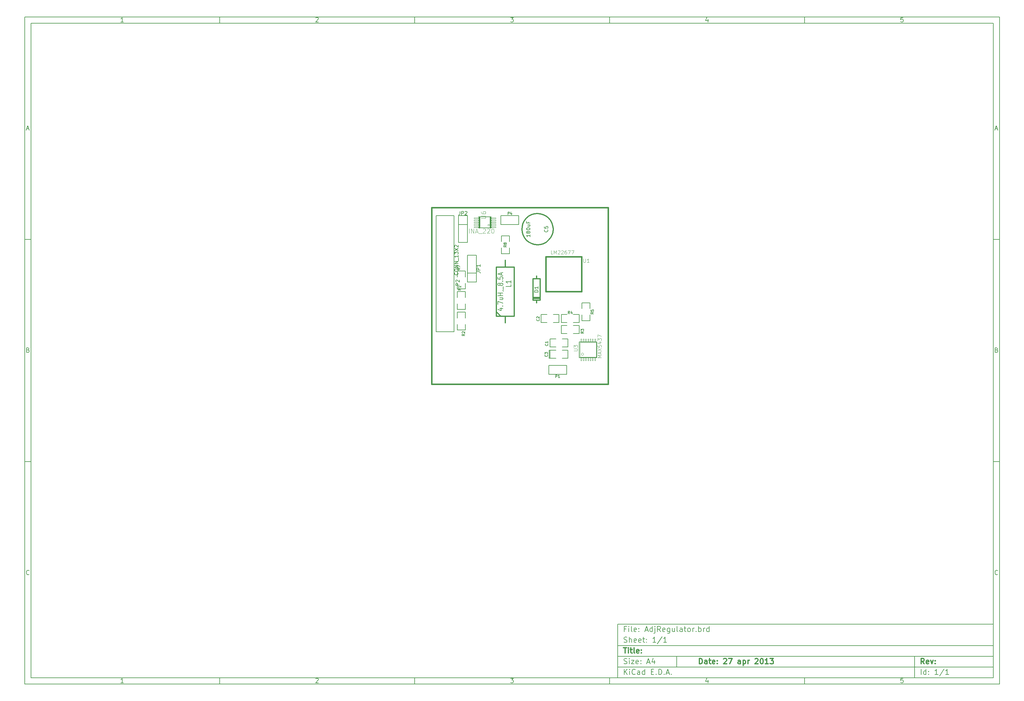
<source format=gto>
G04 (created by PCBNEW-RS274X (2012-apr-16-27)-stable) date Sat 27 Apr 2013 17:01:59 BST*
G01*
G70*
G90*
%MOIN*%
G04 Gerber Fmt 3.4, Leading zero omitted, Abs format*
%FSLAX34Y34*%
G04 APERTURE LIST*
%ADD10C,0.006000*%
%ADD11C,0.012000*%
%ADD12C,0.015000*%
%ADD13C,0.005000*%
%ADD14C,0.008000*%
%ADD15C,0.002600*%
%ADD16C,0.002000*%
%ADD17C,0.003000*%
%ADD18C,0.000100*%
%ADD19C,0.003500*%
G04 APERTURE END LIST*
G54D10*
X04000Y-04000D02*
X113000Y-04000D01*
X113000Y-78670D01*
X04000Y-78670D01*
X04000Y-04000D01*
X04700Y-04700D02*
X112300Y-04700D01*
X112300Y-77970D01*
X04700Y-77970D01*
X04700Y-04700D01*
X25800Y-04000D02*
X25800Y-04700D01*
X15043Y-04552D02*
X14757Y-04552D01*
X14900Y-04552D02*
X14900Y-04052D01*
X14852Y-04124D01*
X14805Y-04171D01*
X14757Y-04195D01*
X25800Y-78670D02*
X25800Y-77970D01*
X15043Y-78522D02*
X14757Y-78522D01*
X14900Y-78522D02*
X14900Y-78022D01*
X14852Y-78094D01*
X14805Y-78141D01*
X14757Y-78165D01*
X47600Y-04000D02*
X47600Y-04700D01*
X36557Y-04100D02*
X36581Y-04076D01*
X36629Y-04052D01*
X36748Y-04052D01*
X36795Y-04076D01*
X36819Y-04100D01*
X36843Y-04148D01*
X36843Y-04195D01*
X36819Y-04267D01*
X36533Y-04552D01*
X36843Y-04552D01*
X47600Y-78670D02*
X47600Y-77970D01*
X36557Y-78070D02*
X36581Y-78046D01*
X36629Y-78022D01*
X36748Y-78022D01*
X36795Y-78046D01*
X36819Y-78070D01*
X36843Y-78118D01*
X36843Y-78165D01*
X36819Y-78237D01*
X36533Y-78522D01*
X36843Y-78522D01*
X69400Y-04000D02*
X69400Y-04700D01*
X58333Y-04052D02*
X58643Y-04052D01*
X58476Y-04243D01*
X58548Y-04243D01*
X58595Y-04267D01*
X58619Y-04290D01*
X58643Y-04338D01*
X58643Y-04457D01*
X58619Y-04505D01*
X58595Y-04529D01*
X58548Y-04552D01*
X58405Y-04552D01*
X58357Y-04529D01*
X58333Y-04505D01*
X69400Y-78670D02*
X69400Y-77970D01*
X58333Y-78022D02*
X58643Y-78022D01*
X58476Y-78213D01*
X58548Y-78213D01*
X58595Y-78237D01*
X58619Y-78260D01*
X58643Y-78308D01*
X58643Y-78427D01*
X58619Y-78475D01*
X58595Y-78499D01*
X58548Y-78522D01*
X58405Y-78522D01*
X58357Y-78499D01*
X58333Y-78475D01*
X91200Y-04000D02*
X91200Y-04700D01*
X80395Y-04219D02*
X80395Y-04552D01*
X80276Y-04029D02*
X80157Y-04386D01*
X80467Y-04386D01*
X91200Y-78670D02*
X91200Y-77970D01*
X80395Y-78189D02*
X80395Y-78522D01*
X80276Y-77999D02*
X80157Y-78356D01*
X80467Y-78356D01*
X102219Y-04052D02*
X101981Y-04052D01*
X101957Y-04290D01*
X101981Y-04267D01*
X102029Y-04243D01*
X102148Y-04243D01*
X102195Y-04267D01*
X102219Y-04290D01*
X102243Y-04338D01*
X102243Y-04457D01*
X102219Y-04505D01*
X102195Y-04529D01*
X102148Y-04552D01*
X102029Y-04552D01*
X101981Y-04529D01*
X101957Y-04505D01*
X102219Y-78022D02*
X101981Y-78022D01*
X101957Y-78260D01*
X101981Y-78237D01*
X102029Y-78213D01*
X102148Y-78213D01*
X102195Y-78237D01*
X102219Y-78260D01*
X102243Y-78308D01*
X102243Y-78427D01*
X102219Y-78475D01*
X102195Y-78499D01*
X102148Y-78522D01*
X102029Y-78522D01*
X101981Y-78499D01*
X101957Y-78475D01*
X04000Y-28890D02*
X04700Y-28890D01*
X04231Y-16510D02*
X04469Y-16510D01*
X04184Y-16652D02*
X04350Y-16152D01*
X04517Y-16652D01*
X113000Y-28890D02*
X112300Y-28890D01*
X112531Y-16510D02*
X112769Y-16510D01*
X112484Y-16652D02*
X112650Y-16152D01*
X112817Y-16652D01*
X04000Y-53780D02*
X04700Y-53780D01*
X04386Y-41280D02*
X04457Y-41304D01*
X04481Y-41328D01*
X04505Y-41376D01*
X04505Y-41447D01*
X04481Y-41495D01*
X04457Y-41519D01*
X04410Y-41542D01*
X04219Y-41542D01*
X04219Y-41042D01*
X04386Y-41042D01*
X04433Y-41066D01*
X04457Y-41090D01*
X04481Y-41138D01*
X04481Y-41185D01*
X04457Y-41233D01*
X04433Y-41257D01*
X04386Y-41280D01*
X04219Y-41280D01*
X113000Y-53780D02*
X112300Y-53780D01*
X112686Y-41280D02*
X112757Y-41304D01*
X112781Y-41328D01*
X112805Y-41376D01*
X112805Y-41447D01*
X112781Y-41495D01*
X112757Y-41519D01*
X112710Y-41542D01*
X112519Y-41542D01*
X112519Y-41042D01*
X112686Y-41042D01*
X112733Y-41066D01*
X112757Y-41090D01*
X112781Y-41138D01*
X112781Y-41185D01*
X112757Y-41233D01*
X112733Y-41257D01*
X112686Y-41280D01*
X112519Y-41280D01*
X04505Y-66385D02*
X04481Y-66409D01*
X04410Y-66432D01*
X04362Y-66432D01*
X04290Y-66409D01*
X04243Y-66361D01*
X04219Y-66313D01*
X04195Y-66218D01*
X04195Y-66147D01*
X04219Y-66051D01*
X04243Y-66004D01*
X04290Y-65956D01*
X04362Y-65932D01*
X04410Y-65932D01*
X04481Y-65956D01*
X04505Y-65980D01*
X112805Y-66385D02*
X112781Y-66409D01*
X112710Y-66432D01*
X112662Y-66432D01*
X112590Y-66409D01*
X112543Y-66361D01*
X112519Y-66313D01*
X112495Y-66218D01*
X112495Y-66147D01*
X112519Y-66051D01*
X112543Y-66004D01*
X112590Y-65956D01*
X112662Y-65932D01*
X112710Y-65932D01*
X112781Y-65956D01*
X112805Y-65980D01*
G54D11*
X79443Y-76413D02*
X79443Y-75813D01*
X79586Y-75813D01*
X79671Y-75841D01*
X79729Y-75899D01*
X79757Y-75956D01*
X79786Y-76070D01*
X79786Y-76156D01*
X79757Y-76270D01*
X79729Y-76327D01*
X79671Y-76384D01*
X79586Y-76413D01*
X79443Y-76413D01*
X80300Y-76413D02*
X80300Y-76099D01*
X80271Y-76041D01*
X80214Y-76013D01*
X80100Y-76013D01*
X80043Y-76041D01*
X80300Y-76384D02*
X80243Y-76413D01*
X80100Y-76413D01*
X80043Y-76384D01*
X80014Y-76327D01*
X80014Y-76270D01*
X80043Y-76213D01*
X80100Y-76184D01*
X80243Y-76184D01*
X80300Y-76156D01*
X80500Y-76013D02*
X80729Y-76013D01*
X80586Y-75813D02*
X80586Y-76327D01*
X80614Y-76384D01*
X80672Y-76413D01*
X80729Y-76413D01*
X81157Y-76384D02*
X81100Y-76413D01*
X80986Y-76413D01*
X80929Y-76384D01*
X80900Y-76327D01*
X80900Y-76099D01*
X80929Y-76041D01*
X80986Y-76013D01*
X81100Y-76013D01*
X81157Y-76041D01*
X81186Y-76099D01*
X81186Y-76156D01*
X80900Y-76213D01*
X81443Y-76356D02*
X81471Y-76384D01*
X81443Y-76413D01*
X81414Y-76384D01*
X81443Y-76356D01*
X81443Y-76413D01*
X81443Y-76041D02*
X81471Y-76070D01*
X81443Y-76099D01*
X81414Y-76070D01*
X81443Y-76041D01*
X81443Y-76099D01*
X82157Y-75870D02*
X82186Y-75841D01*
X82243Y-75813D01*
X82386Y-75813D01*
X82443Y-75841D01*
X82472Y-75870D01*
X82500Y-75927D01*
X82500Y-75984D01*
X82472Y-76070D01*
X82129Y-76413D01*
X82500Y-76413D01*
X82700Y-75813D02*
X83100Y-75813D01*
X82843Y-76413D01*
X84042Y-76413D02*
X84042Y-76099D01*
X84013Y-76041D01*
X83956Y-76013D01*
X83842Y-76013D01*
X83785Y-76041D01*
X84042Y-76384D02*
X83985Y-76413D01*
X83842Y-76413D01*
X83785Y-76384D01*
X83756Y-76327D01*
X83756Y-76270D01*
X83785Y-76213D01*
X83842Y-76184D01*
X83985Y-76184D01*
X84042Y-76156D01*
X84328Y-76013D02*
X84328Y-76613D01*
X84328Y-76041D02*
X84385Y-76013D01*
X84499Y-76013D01*
X84556Y-76041D01*
X84585Y-76070D01*
X84614Y-76127D01*
X84614Y-76299D01*
X84585Y-76356D01*
X84556Y-76384D01*
X84499Y-76413D01*
X84385Y-76413D01*
X84328Y-76384D01*
X84871Y-76413D02*
X84871Y-76013D01*
X84871Y-76127D02*
X84899Y-76070D01*
X84928Y-76041D01*
X84985Y-76013D01*
X85042Y-76013D01*
X85670Y-75870D02*
X85699Y-75841D01*
X85756Y-75813D01*
X85899Y-75813D01*
X85956Y-75841D01*
X85985Y-75870D01*
X86013Y-75927D01*
X86013Y-75984D01*
X85985Y-76070D01*
X85642Y-76413D01*
X86013Y-76413D01*
X86384Y-75813D02*
X86441Y-75813D01*
X86498Y-75841D01*
X86527Y-75870D01*
X86556Y-75927D01*
X86584Y-76041D01*
X86584Y-76184D01*
X86556Y-76299D01*
X86527Y-76356D01*
X86498Y-76384D01*
X86441Y-76413D01*
X86384Y-76413D01*
X86327Y-76384D01*
X86298Y-76356D01*
X86270Y-76299D01*
X86241Y-76184D01*
X86241Y-76041D01*
X86270Y-75927D01*
X86298Y-75870D01*
X86327Y-75841D01*
X86384Y-75813D01*
X87155Y-76413D02*
X86812Y-76413D01*
X86984Y-76413D02*
X86984Y-75813D01*
X86927Y-75899D01*
X86869Y-75956D01*
X86812Y-75984D01*
X87355Y-75813D02*
X87726Y-75813D01*
X87526Y-76041D01*
X87612Y-76041D01*
X87669Y-76070D01*
X87698Y-76099D01*
X87726Y-76156D01*
X87726Y-76299D01*
X87698Y-76356D01*
X87669Y-76384D01*
X87612Y-76413D01*
X87440Y-76413D01*
X87383Y-76384D01*
X87355Y-76356D01*
G54D10*
X71043Y-77613D02*
X71043Y-77013D01*
X71386Y-77613D02*
X71129Y-77270D01*
X71386Y-77013D02*
X71043Y-77356D01*
X71643Y-77613D02*
X71643Y-77213D01*
X71643Y-77013D02*
X71614Y-77041D01*
X71643Y-77070D01*
X71671Y-77041D01*
X71643Y-77013D01*
X71643Y-77070D01*
X72272Y-77556D02*
X72243Y-77584D01*
X72157Y-77613D01*
X72100Y-77613D01*
X72015Y-77584D01*
X71957Y-77527D01*
X71929Y-77470D01*
X71900Y-77356D01*
X71900Y-77270D01*
X71929Y-77156D01*
X71957Y-77099D01*
X72015Y-77041D01*
X72100Y-77013D01*
X72157Y-77013D01*
X72243Y-77041D01*
X72272Y-77070D01*
X72786Y-77613D02*
X72786Y-77299D01*
X72757Y-77241D01*
X72700Y-77213D01*
X72586Y-77213D01*
X72529Y-77241D01*
X72786Y-77584D02*
X72729Y-77613D01*
X72586Y-77613D01*
X72529Y-77584D01*
X72500Y-77527D01*
X72500Y-77470D01*
X72529Y-77413D01*
X72586Y-77384D01*
X72729Y-77384D01*
X72786Y-77356D01*
X73329Y-77613D02*
X73329Y-77013D01*
X73329Y-77584D02*
X73272Y-77613D01*
X73158Y-77613D01*
X73100Y-77584D01*
X73072Y-77556D01*
X73043Y-77499D01*
X73043Y-77327D01*
X73072Y-77270D01*
X73100Y-77241D01*
X73158Y-77213D01*
X73272Y-77213D01*
X73329Y-77241D01*
X74072Y-77299D02*
X74272Y-77299D01*
X74358Y-77613D02*
X74072Y-77613D01*
X74072Y-77013D01*
X74358Y-77013D01*
X74615Y-77556D02*
X74643Y-77584D01*
X74615Y-77613D01*
X74586Y-77584D01*
X74615Y-77556D01*
X74615Y-77613D01*
X74901Y-77613D02*
X74901Y-77013D01*
X75044Y-77013D01*
X75129Y-77041D01*
X75187Y-77099D01*
X75215Y-77156D01*
X75244Y-77270D01*
X75244Y-77356D01*
X75215Y-77470D01*
X75187Y-77527D01*
X75129Y-77584D01*
X75044Y-77613D01*
X74901Y-77613D01*
X75501Y-77556D02*
X75529Y-77584D01*
X75501Y-77613D01*
X75472Y-77584D01*
X75501Y-77556D01*
X75501Y-77613D01*
X75758Y-77441D02*
X76044Y-77441D01*
X75701Y-77613D02*
X75901Y-77013D01*
X76101Y-77613D01*
X76301Y-77556D02*
X76329Y-77584D01*
X76301Y-77613D01*
X76272Y-77584D01*
X76301Y-77556D01*
X76301Y-77613D01*
G54D11*
X104586Y-76413D02*
X104386Y-76127D01*
X104243Y-76413D02*
X104243Y-75813D01*
X104471Y-75813D01*
X104529Y-75841D01*
X104557Y-75870D01*
X104586Y-75927D01*
X104586Y-76013D01*
X104557Y-76070D01*
X104529Y-76099D01*
X104471Y-76127D01*
X104243Y-76127D01*
X105071Y-76384D02*
X105014Y-76413D01*
X104900Y-76413D01*
X104843Y-76384D01*
X104814Y-76327D01*
X104814Y-76099D01*
X104843Y-76041D01*
X104900Y-76013D01*
X105014Y-76013D01*
X105071Y-76041D01*
X105100Y-76099D01*
X105100Y-76156D01*
X104814Y-76213D01*
X105300Y-76013D02*
X105443Y-76413D01*
X105585Y-76013D01*
X105814Y-76356D02*
X105842Y-76384D01*
X105814Y-76413D01*
X105785Y-76384D01*
X105814Y-76356D01*
X105814Y-76413D01*
X105814Y-76041D02*
X105842Y-76070D01*
X105814Y-76099D01*
X105785Y-76070D01*
X105814Y-76041D01*
X105814Y-76099D01*
G54D10*
X71014Y-76384D02*
X71100Y-76413D01*
X71243Y-76413D01*
X71300Y-76384D01*
X71329Y-76356D01*
X71357Y-76299D01*
X71357Y-76241D01*
X71329Y-76184D01*
X71300Y-76156D01*
X71243Y-76127D01*
X71129Y-76099D01*
X71071Y-76070D01*
X71043Y-76041D01*
X71014Y-75984D01*
X71014Y-75927D01*
X71043Y-75870D01*
X71071Y-75841D01*
X71129Y-75813D01*
X71271Y-75813D01*
X71357Y-75841D01*
X71614Y-76413D02*
X71614Y-76013D01*
X71614Y-75813D02*
X71585Y-75841D01*
X71614Y-75870D01*
X71642Y-75841D01*
X71614Y-75813D01*
X71614Y-75870D01*
X71843Y-76013D02*
X72157Y-76013D01*
X71843Y-76413D01*
X72157Y-76413D01*
X72614Y-76384D02*
X72557Y-76413D01*
X72443Y-76413D01*
X72386Y-76384D01*
X72357Y-76327D01*
X72357Y-76099D01*
X72386Y-76041D01*
X72443Y-76013D01*
X72557Y-76013D01*
X72614Y-76041D01*
X72643Y-76099D01*
X72643Y-76156D01*
X72357Y-76213D01*
X72900Y-76356D02*
X72928Y-76384D01*
X72900Y-76413D01*
X72871Y-76384D01*
X72900Y-76356D01*
X72900Y-76413D01*
X72900Y-76041D02*
X72928Y-76070D01*
X72900Y-76099D01*
X72871Y-76070D01*
X72900Y-76041D01*
X72900Y-76099D01*
X73614Y-76241D02*
X73900Y-76241D01*
X73557Y-76413D02*
X73757Y-75813D01*
X73957Y-76413D01*
X74414Y-76013D02*
X74414Y-76413D01*
X74271Y-75784D02*
X74128Y-76213D01*
X74500Y-76213D01*
X104243Y-77613D02*
X104243Y-77013D01*
X104786Y-77613D02*
X104786Y-77013D01*
X104786Y-77584D02*
X104729Y-77613D01*
X104615Y-77613D01*
X104557Y-77584D01*
X104529Y-77556D01*
X104500Y-77499D01*
X104500Y-77327D01*
X104529Y-77270D01*
X104557Y-77241D01*
X104615Y-77213D01*
X104729Y-77213D01*
X104786Y-77241D01*
X105072Y-77556D02*
X105100Y-77584D01*
X105072Y-77613D01*
X105043Y-77584D01*
X105072Y-77556D01*
X105072Y-77613D01*
X105072Y-77241D02*
X105100Y-77270D01*
X105072Y-77299D01*
X105043Y-77270D01*
X105072Y-77241D01*
X105072Y-77299D01*
X106129Y-77613D02*
X105786Y-77613D01*
X105958Y-77613D02*
X105958Y-77013D01*
X105901Y-77099D01*
X105843Y-77156D01*
X105786Y-77184D01*
X106814Y-76984D02*
X106300Y-77756D01*
X107329Y-77613D02*
X106986Y-77613D01*
X107158Y-77613D02*
X107158Y-77013D01*
X107101Y-77099D01*
X107043Y-77156D01*
X106986Y-77184D01*
G54D11*
X70957Y-74613D02*
X71300Y-74613D01*
X71129Y-75213D02*
X71129Y-74613D01*
X71500Y-75213D02*
X71500Y-74813D01*
X71500Y-74613D02*
X71471Y-74641D01*
X71500Y-74670D01*
X71528Y-74641D01*
X71500Y-74613D01*
X71500Y-74670D01*
X71700Y-74813D02*
X71929Y-74813D01*
X71786Y-74613D02*
X71786Y-75127D01*
X71814Y-75184D01*
X71872Y-75213D01*
X71929Y-75213D01*
X72215Y-75213D02*
X72157Y-75184D01*
X72129Y-75127D01*
X72129Y-74613D01*
X72671Y-75184D02*
X72614Y-75213D01*
X72500Y-75213D01*
X72443Y-75184D01*
X72414Y-75127D01*
X72414Y-74899D01*
X72443Y-74841D01*
X72500Y-74813D01*
X72614Y-74813D01*
X72671Y-74841D01*
X72700Y-74899D01*
X72700Y-74956D01*
X72414Y-75013D01*
X72957Y-75156D02*
X72985Y-75184D01*
X72957Y-75213D01*
X72928Y-75184D01*
X72957Y-75156D01*
X72957Y-75213D01*
X72957Y-74841D02*
X72985Y-74870D01*
X72957Y-74899D01*
X72928Y-74870D01*
X72957Y-74841D01*
X72957Y-74899D01*
G54D10*
X71243Y-72499D02*
X71043Y-72499D01*
X71043Y-72813D02*
X71043Y-72213D01*
X71329Y-72213D01*
X71557Y-72813D02*
X71557Y-72413D01*
X71557Y-72213D02*
X71528Y-72241D01*
X71557Y-72270D01*
X71585Y-72241D01*
X71557Y-72213D01*
X71557Y-72270D01*
X71929Y-72813D02*
X71871Y-72784D01*
X71843Y-72727D01*
X71843Y-72213D01*
X72385Y-72784D02*
X72328Y-72813D01*
X72214Y-72813D01*
X72157Y-72784D01*
X72128Y-72727D01*
X72128Y-72499D01*
X72157Y-72441D01*
X72214Y-72413D01*
X72328Y-72413D01*
X72385Y-72441D01*
X72414Y-72499D01*
X72414Y-72556D01*
X72128Y-72613D01*
X72671Y-72756D02*
X72699Y-72784D01*
X72671Y-72813D01*
X72642Y-72784D01*
X72671Y-72756D01*
X72671Y-72813D01*
X72671Y-72441D02*
X72699Y-72470D01*
X72671Y-72499D01*
X72642Y-72470D01*
X72671Y-72441D01*
X72671Y-72499D01*
X73385Y-72641D02*
X73671Y-72641D01*
X73328Y-72813D02*
X73528Y-72213D01*
X73728Y-72813D01*
X74185Y-72813D02*
X74185Y-72213D01*
X74185Y-72784D02*
X74128Y-72813D01*
X74014Y-72813D01*
X73956Y-72784D01*
X73928Y-72756D01*
X73899Y-72699D01*
X73899Y-72527D01*
X73928Y-72470D01*
X73956Y-72441D01*
X74014Y-72413D01*
X74128Y-72413D01*
X74185Y-72441D01*
X74471Y-72413D02*
X74471Y-72927D01*
X74442Y-72984D01*
X74385Y-73013D01*
X74357Y-73013D01*
X74471Y-72213D02*
X74442Y-72241D01*
X74471Y-72270D01*
X74499Y-72241D01*
X74471Y-72213D01*
X74471Y-72270D01*
X75100Y-72813D02*
X74900Y-72527D01*
X74757Y-72813D02*
X74757Y-72213D01*
X74985Y-72213D01*
X75043Y-72241D01*
X75071Y-72270D01*
X75100Y-72327D01*
X75100Y-72413D01*
X75071Y-72470D01*
X75043Y-72499D01*
X74985Y-72527D01*
X74757Y-72527D01*
X75585Y-72784D02*
X75528Y-72813D01*
X75414Y-72813D01*
X75357Y-72784D01*
X75328Y-72727D01*
X75328Y-72499D01*
X75357Y-72441D01*
X75414Y-72413D01*
X75528Y-72413D01*
X75585Y-72441D01*
X75614Y-72499D01*
X75614Y-72556D01*
X75328Y-72613D01*
X76128Y-72413D02*
X76128Y-72899D01*
X76099Y-72956D01*
X76071Y-72984D01*
X76014Y-73013D01*
X75928Y-73013D01*
X75871Y-72984D01*
X76128Y-72784D02*
X76071Y-72813D01*
X75957Y-72813D01*
X75899Y-72784D01*
X75871Y-72756D01*
X75842Y-72699D01*
X75842Y-72527D01*
X75871Y-72470D01*
X75899Y-72441D01*
X75957Y-72413D01*
X76071Y-72413D01*
X76128Y-72441D01*
X76671Y-72413D02*
X76671Y-72813D01*
X76414Y-72413D02*
X76414Y-72727D01*
X76442Y-72784D01*
X76500Y-72813D01*
X76585Y-72813D01*
X76642Y-72784D01*
X76671Y-72756D01*
X77043Y-72813D02*
X76985Y-72784D01*
X76957Y-72727D01*
X76957Y-72213D01*
X77528Y-72813D02*
X77528Y-72499D01*
X77499Y-72441D01*
X77442Y-72413D01*
X77328Y-72413D01*
X77271Y-72441D01*
X77528Y-72784D02*
X77471Y-72813D01*
X77328Y-72813D01*
X77271Y-72784D01*
X77242Y-72727D01*
X77242Y-72670D01*
X77271Y-72613D01*
X77328Y-72584D01*
X77471Y-72584D01*
X77528Y-72556D01*
X77728Y-72413D02*
X77957Y-72413D01*
X77814Y-72213D02*
X77814Y-72727D01*
X77842Y-72784D01*
X77900Y-72813D01*
X77957Y-72813D01*
X78243Y-72813D02*
X78185Y-72784D01*
X78157Y-72756D01*
X78128Y-72699D01*
X78128Y-72527D01*
X78157Y-72470D01*
X78185Y-72441D01*
X78243Y-72413D01*
X78328Y-72413D01*
X78385Y-72441D01*
X78414Y-72470D01*
X78443Y-72527D01*
X78443Y-72699D01*
X78414Y-72756D01*
X78385Y-72784D01*
X78328Y-72813D01*
X78243Y-72813D01*
X78700Y-72813D02*
X78700Y-72413D01*
X78700Y-72527D02*
X78728Y-72470D01*
X78757Y-72441D01*
X78814Y-72413D01*
X78871Y-72413D01*
X79071Y-72756D02*
X79099Y-72784D01*
X79071Y-72813D01*
X79042Y-72784D01*
X79071Y-72756D01*
X79071Y-72813D01*
X79357Y-72813D02*
X79357Y-72213D01*
X79357Y-72441D02*
X79414Y-72413D01*
X79528Y-72413D01*
X79585Y-72441D01*
X79614Y-72470D01*
X79643Y-72527D01*
X79643Y-72699D01*
X79614Y-72756D01*
X79585Y-72784D01*
X79528Y-72813D01*
X79414Y-72813D01*
X79357Y-72784D01*
X79900Y-72813D02*
X79900Y-72413D01*
X79900Y-72527D02*
X79928Y-72470D01*
X79957Y-72441D01*
X80014Y-72413D01*
X80071Y-72413D01*
X80528Y-72813D02*
X80528Y-72213D01*
X80528Y-72784D02*
X80471Y-72813D01*
X80357Y-72813D01*
X80299Y-72784D01*
X80271Y-72756D01*
X80242Y-72699D01*
X80242Y-72527D01*
X80271Y-72470D01*
X80299Y-72441D01*
X80357Y-72413D01*
X80471Y-72413D01*
X80528Y-72441D01*
X71014Y-73984D02*
X71100Y-74013D01*
X71243Y-74013D01*
X71300Y-73984D01*
X71329Y-73956D01*
X71357Y-73899D01*
X71357Y-73841D01*
X71329Y-73784D01*
X71300Y-73756D01*
X71243Y-73727D01*
X71129Y-73699D01*
X71071Y-73670D01*
X71043Y-73641D01*
X71014Y-73584D01*
X71014Y-73527D01*
X71043Y-73470D01*
X71071Y-73441D01*
X71129Y-73413D01*
X71271Y-73413D01*
X71357Y-73441D01*
X71614Y-74013D02*
X71614Y-73413D01*
X71871Y-74013D02*
X71871Y-73699D01*
X71842Y-73641D01*
X71785Y-73613D01*
X71700Y-73613D01*
X71642Y-73641D01*
X71614Y-73670D01*
X72385Y-73984D02*
X72328Y-74013D01*
X72214Y-74013D01*
X72157Y-73984D01*
X72128Y-73927D01*
X72128Y-73699D01*
X72157Y-73641D01*
X72214Y-73613D01*
X72328Y-73613D01*
X72385Y-73641D01*
X72414Y-73699D01*
X72414Y-73756D01*
X72128Y-73813D01*
X72899Y-73984D02*
X72842Y-74013D01*
X72728Y-74013D01*
X72671Y-73984D01*
X72642Y-73927D01*
X72642Y-73699D01*
X72671Y-73641D01*
X72728Y-73613D01*
X72842Y-73613D01*
X72899Y-73641D01*
X72928Y-73699D01*
X72928Y-73756D01*
X72642Y-73813D01*
X73099Y-73613D02*
X73328Y-73613D01*
X73185Y-73413D02*
X73185Y-73927D01*
X73213Y-73984D01*
X73271Y-74013D01*
X73328Y-74013D01*
X73528Y-73956D02*
X73556Y-73984D01*
X73528Y-74013D01*
X73499Y-73984D01*
X73528Y-73956D01*
X73528Y-74013D01*
X73528Y-73641D02*
X73556Y-73670D01*
X73528Y-73699D01*
X73499Y-73670D01*
X73528Y-73641D01*
X73528Y-73699D01*
X74585Y-74013D02*
X74242Y-74013D01*
X74414Y-74013D02*
X74414Y-73413D01*
X74357Y-73499D01*
X74299Y-73556D01*
X74242Y-73584D01*
X75270Y-73384D02*
X74756Y-74156D01*
X75785Y-74013D02*
X75442Y-74013D01*
X75614Y-74013D02*
X75614Y-73413D01*
X75557Y-73499D01*
X75499Y-73556D01*
X75442Y-73584D01*
X70300Y-71970D02*
X70300Y-77970D01*
X70300Y-71970D02*
X112300Y-71970D01*
X70300Y-71970D02*
X112300Y-71970D01*
X70300Y-74370D02*
X112300Y-74370D01*
X103500Y-75570D02*
X103500Y-77970D01*
X70300Y-76770D02*
X112300Y-76770D01*
X70300Y-75570D02*
X112300Y-75570D01*
X76900Y-75570D02*
X76900Y-76770D01*
G54D12*
X49500Y-25350D02*
X69250Y-25350D01*
X69250Y-45100D02*
X69250Y-25350D01*
X49500Y-45100D02*
X49500Y-25415D01*
X49500Y-45100D02*
X69185Y-45100D01*
G54D11*
X57750Y-38250D02*
X57750Y-38250D01*
X57750Y-38250D02*
X57750Y-38250D01*
X57750Y-32000D02*
X57750Y-31250D01*
X57750Y-31250D02*
X57750Y-31250D01*
X58750Y-32000D02*
X58750Y-37500D01*
X56750Y-37500D02*
X56750Y-32000D01*
X57250Y-37500D02*
X56750Y-37000D01*
X56750Y-32000D02*
X58750Y-32000D01*
X56750Y-37500D02*
X58750Y-37500D01*
X57750Y-38250D02*
X57750Y-37500D01*
G54D12*
X62264Y-30844D02*
X66280Y-30844D01*
X66280Y-30844D02*
X66280Y-34742D01*
X66280Y-34742D02*
X62264Y-34742D01*
X62264Y-34742D02*
X62264Y-30844D01*
X62382Y-30844D02*
X64193Y-30844D01*
G54D13*
X62750Y-41300D02*
X62650Y-41300D01*
X62650Y-41300D02*
X62650Y-42200D01*
X62650Y-42200D02*
X62750Y-42200D01*
X62750Y-41300D02*
X62750Y-42200D01*
X62750Y-42200D02*
X63400Y-42200D01*
X64100Y-41300D02*
X64750Y-41300D01*
X64750Y-41300D02*
X64750Y-42200D01*
X64750Y-42200D02*
X64100Y-42200D01*
X63400Y-41300D02*
X62750Y-41300D01*
X62750Y-40050D02*
X62750Y-40950D01*
X62750Y-40950D02*
X63400Y-40950D01*
X64100Y-40050D02*
X64750Y-40050D01*
X64750Y-40050D02*
X64750Y-40950D01*
X64750Y-40950D02*
X64100Y-40950D01*
X63400Y-40050D02*
X62750Y-40050D01*
X66000Y-38200D02*
X66000Y-37300D01*
X66000Y-37300D02*
X65350Y-37300D01*
X64650Y-38200D02*
X64000Y-38200D01*
X64000Y-38200D02*
X64000Y-37300D01*
X64000Y-37300D02*
X64650Y-37300D01*
X65350Y-38200D02*
X66000Y-38200D01*
X53290Y-32440D02*
X52390Y-32440D01*
X52390Y-32440D02*
X52390Y-33090D01*
X53290Y-33790D02*
X53290Y-34440D01*
X53290Y-34440D02*
X52390Y-34440D01*
X52390Y-34440D02*
X52390Y-33790D01*
X53290Y-33090D02*
X53290Y-32440D01*
X64000Y-38550D02*
X64000Y-39450D01*
X64000Y-39450D02*
X64650Y-39450D01*
X65350Y-38550D02*
X66000Y-38550D01*
X66000Y-38550D02*
X66000Y-39450D01*
X66000Y-39450D02*
X65350Y-39450D01*
X64650Y-38550D02*
X64000Y-38550D01*
X52390Y-39040D02*
X53290Y-39040D01*
X53290Y-39040D02*
X53290Y-38390D01*
X52390Y-37690D02*
X52390Y-37040D01*
X52390Y-37040D02*
X53290Y-37040D01*
X53290Y-37040D02*
X53290Y-37690D01*
X52390Y-38390D02*
X52390Y-39040D01*
X63750Y-38200D02*
X63750Y-37300D01*
X63750Y-37300D02*
X63100Y-37300D01*
X62400Y-38200D02*
X61750Y-38200D01*
X61750Y-38200D02*
X61750Y-37300D01*
X61750Y-37300D02*
X62400Y-37300D01*
X63100Y-38200D02*
X63750Y-38200D01*
X53290Y-34740D02*
X52390Y-34740D01*
X52390Y-34740D02*
X52390Y-35390D01*
X53290Y-36090D02*
X53290Y-36740D01*
X53290Y-36740D02*
X52390Y-36740D01*
X52390Y-36740D02*
X52390Y-36090D01*
X53290Y-35390D02*
X53290Y-34740D01*
G54D14*
X52000Y-39250D02*
X52000Y-26250D01*
X50000Y-26250D02*
X50000Y-39250D01*
X50000Y-39250D02*
X52000Y-39250D01*
X52000Y-26250D02*
X50000Y-26250D01*
G54D11*
X63100Y-27750D02*
X63066Y-28089D01*
X62967Y-28416D01*
X62807Y-28718D01*
X62591Y-28983D01*
X62328Y-29200D01*
X62028Y-29363D01*
X61701Y-29464D01*
X61362Y-29499D01*
X61023Y-29469D01*
X60695Y-29372D01*
X60392Y-29214D01*
X60126Y-29000D01*
X59907Y-28738D01*
X59742Y-28439D01*
X59639Y-28113D01*
X59601Y-27774D01*
X59629Y-27435D01*
X59723Y-27106D01*
X59880Y-26803D01*
X60092Y-26535D01*
X60352Y-26313D01*
X60650Y-26147D01*
X60975Y-26041D01*
X61314Y-26001D01*
X61653Y-26027D01*
X61982Y-26119D01*
X62287Y-26273D01*
X62556Y-26483D01*
X62780Y-26742D01*
X62948Y-27039D01*
X63056Y-27363D01*
X63099Y-27702D01*
X63100Y-27750D01*
X61250Y-36000D02*
X61250Y-35700D01*
X61250Y-35700D02*
X61650Y-35700D01*
X61650Y-35700D02*
X61650Y-33300D01*
X61650Y-33300D02*
X61250Y-33300D01*
X61250Y-33300D02*
X61250Y-33000D01*
X61250Y-33300D02*
X60850Y-33300D01*
X60850Y-33300D02*
X60850Y-35700D01*
X60850Y-35700D02*
X61250Y-35700D01*
X61650Y-35500D02*
X60850Y-35500D01*
X60850Y-35400D02*
X61650Y-35400D01*
G54D13*
X57300Y-30500D02*
X58200Y-30500D01*
X58200Y-30500D02*
X58200Y-29850D01*
X57300Y-29150D02*
X57300Y-28500D01*
X57300Y-28500D02*
X58200Y-28500D01*
X58200Y-28500D02*
X58200Y-29150D01*
X57300Y-29850D02*
X57300Y-30500D01*
X67200Y-36000D02*
X66300Y-36000D01*
X66300Y-36000D02*
X66300Y-36650D01*
X67200Y-37350D02*
X67200Y-38000D01*
X67200Y-38000D02*
X66300Y-38000D01*
X66300Y-38000D02*
X66300Y-37350D01*
X67200Y-36650D02*
X67200Y-36000D01*
G54D15*
X66193Y-42478D02*
X66273Y-42478D01*
X66273Y-42478D02*
X66273Y-42148D01*
X66193Y-42148D02*
X66273Y-42148D01*
X66193Y-42478D02*
X66193Y-42148D01*
X66449Y-42478D02*
X66529Y-42478D01*
X66529Y-42478D02*
X66529Y-42148D01*
X66449Y-42148D02*
X66529Y-42148D01*
X66449Y-42478D02*
X66449Y-42148D01*
X66705Y-42478D02*
X66785Y-42478D01*
X66785Y-42478D02*
X66785Y-42148D01*
X66705Y-42148D02*
X66785Y-42148D01*
X66705Y-42478D02*
X66705Y-42148D01*
X66960Y-42478D02*
X67040Y-42478D01*
X67040Y-42478D02*
X67040Y-42148D01*
X66960Y-42148D02*
X67040Y-42148D01*
X66960Y-42478D02*
X66960Y-42148D01*
X67215Y-42478D02*
X67295Y-42478D01*
X67295Y-42478D02*
X67295Y-42148D01*
X67215Y-42148D02*
X67295Y-42148D01*
X67215Y-42478D02*
X67215Y-42148D01*
X67471Y-42478D02*
X67551Y-42478D01*
X67551Y-42478D02*
X67551Y-42148D01*
X67471Y-42148D02*
X67551Y-42148D01*
X67471Y-42478D02*
X67471Y-42148D01*
X67727Y-42478D02*
X67807Y-42478D01*
X67807Y-42478D02*
X67807Y-42148D01*
X67727Y-42148D02*
X67807Y-42148D01*
X67727Y-42478D02*
X67727Y-42148D01*
X67727Y-40352D02*
X67807Y-40352D01*
X67807Y-40352D02*
X67807Y-40022D01*
X67727Y-40022D02*
X67807Y-40022D01*
X67727Y-40352D02*
X67727Y-40022D01*
X67471Y-40352D02*
X67551Y-40352D01*
X67551Y-40352D02*
X67551Y-40022D01*
X67471Y-40022D02*
X67551Y-40022D01*
X67471Y-40352D02*
X67471Y-40022D01*
X67215Y-40352D02*
X67295Y-40352D01*
X67295Y-40352D02*
X67295Y-40022D01*
X67215Y-40022D02*
X67295Y-40022D01*
X67215Y-40352D02*
X67215Y-40022D01*
X66960Y-40352D02*
X67040Y-40352D01*
X67040Y-40352D02*
X67040Y-40022D01*
X66960Y-40022D02*
X67040Y-40022D01*
X66960Y-40352D02*
X66960Y-40022D01*
X66705Y-40352D02*
X66785Y-40352D01*
X66785Y-40352D02*
X66785Y-40022D01*
X66705Y-40022D02*
X66785Y-40022D01*
X66705Y-40352D02*
X66705Y-40022D01*
X66449Y-40352D02*
X66529Y-40352D01*
X66529Y-40352D02*
X66529Y-40022D01*
X66449Y-40022D02*
X66529Y-40022D01*
X66449Y-40352D02*
X66449Y-40022D01*
X66193Y-40352D02*
X66273Y-40352D01*
X66273Y-40352D02*
X66273Y-40022D01*
X66193Y-40022D02*
X66273Y-40022D01*
X66193Y-40352D02*
X66193Y-40022D01*
G54D10*
X66010Y-42148D02*
X67990Y-42148D01*
X67990Y-40352D02*
X67990Y-42148D01*
X67990Y-40352D02*
X66010Y-40352D01*
X66010Y-42148D02*
X66010Y-40352D01*
G54D16*
X66100Y-42058D02*
X67900Y-42058D01*
X67900Y-40442D02*
X67900Y-42058D01*
X67900Y-40442D02*
X66100Y-40442D01*
X66100Y-42058D02*
X66100Y-40442D01*
G54D17*
X66487Y-41730D02*
X66484Y-41754D01*
X66477Y-41778D01*
X66465Y-41800D01*
X66450Y-41819D01*
X66431Y-41835D01*
X66409Y-41847D01*
X66385Y-41854D01*
X66360Y-41856D01*
X66337Y-41854D01*
X66313Y-41847D01*
X66291Y-41836D01*
X66272Y-41820D01*
X66256Y-41801D01*
X66244Y-41780D01*
X66236Y-41756D01*
X66234Y-41731D01*
X66236Y-41708D01*
X66242Y-41684D01*
X66254Y-41662D01*
X66269Y-41642D01*
X66288Y-41626D01*
X66310Y-41614D01*
X66333Y-41606D01*
X66358Y-41604D01*
X66382Y-41605D01*
X66405Y-41612D01*
X66428Y-41623D01*
X66447Y-41639D01*
X66463Y-41657D01*
X66476Y-41679D01*
X66483Y-41702D01*
X66486Y-41727D01*
X66487Y-41730D01*
G54D10*
X57250Y-27250D02*
X57250Y-26250D01*
X57250Y-26250D02*
X59250Y-26250D01*
X59250Y-26250D02*
X59250Y-27250D01*
X59250Y-27250D02*
X57250Y-27250D01*
X64600Y-43000D02*
X64600Y-44000D01*
X64600Y-44000D02*
X62600Y-44000D01*
X62600Y-44000D02*
X62600Y-43000D01*
X62600Y-43000D02*
X64600Y-43000D01*
X54520Y-33680D02*
X53520Y-33680D01*
X53520Y-33680D02*
X53520Y-30680D01*
X53520Y-30680D02*
X54520Y-30680D01*
X54520Y-30680D02*
X54520Y-33680D01*
X53520Y-32680D02*
X54520Y-32680D01*
X52500Y-26250D02*
X53500Y-26250D01*
X53500Y-26250D02*
X53500Y-29250D01*
X53500Y-29250D02*
X52500Y-29250D01*
X52500Y-29250D02*
X52500Y-26250D01*
X53500Y-27250D02*
X52500Y-27250D01*
G54D12*
X54830Y-26404D02*
X54830Y-27585D01*
X56090Y-26404D02*
X56090Y-27585D01*
G54D15*
X56680Y-27574D02*
X56680Y-27455D01*
X56680Y-27455D02*
X56168Y-27455D01*
X56168Y-27574D02*
X56168Y-27455D01*
X56680Y-27574D02*
X56168Y-27574D01*
X56680Y-27324D02*
X56680Y-27205D01*
X56680Y-27205D02*
X56168Y-27205D01*
X56168Y-27324D02*
X56168Y-27205D01*
X56680Y-27324D02*
X56168Y-27324D01*
X56680Y-27074D02*
X56680Y-26955D01*
X56680Y-26955D02*
X56168Y-26955D01*
X56168Y-27074D02*
X56168Y-26955D01*
X56680Y-27074D02*
X56168Y-27074D01*
X56680Y-26824D02*
X56680Y-26705D01*
X56680Y-26705D02*
X56168Y-26705D01*
X56168Y-26824D02*
X56168Y-26705D01*
X56680Y-26824D02*
X56168Y-26824D01*
X56680Y-26575D02*
X56680Y-26456D01*
X56680Y-26456D02*
X56168Y-26456D01*
X56168Y-26575D02*
X56168Y-26456D01*
X56680Y-26575D02*
X56168Y-26575D01*
X54752Y-26575D02*
X54752Y-26456D01*
X54752Y-26456D02*
X54240Y-26456D01*
X54240Y-26575D02*
X54240Y-26456D01*
X54752Y-26575D02*
X54240Y-26575D01*
X54752Y-26824D02*
X54752Y-26705D01*
X54752Y-26705D02*
X54240Y-26705D01*
X54240Y-26824D02*
X54240Y-26705D01*
X54752Y-26824D02*
X54240Y-26824D01*
X54752Y-27074D02*
X54752Y-26955D01*
X54752Y-26955D02*
X54240Y-26955D01*
X54240Y-27074D02*
X54240Y-26955D01*
X54752Y-27074D02*
X54240Y-27074D01*
X54752Y-27324D02*
X54752Y-27205D01*
X54752Y-27205D02*
X54240Y-27205D01*
X54240Y-27324D02*
X54240Y-27205D01*
X54752Y-27324D02*
X54240Y-27324D01*
X54752Y-27574D02*
X54752Y-27455D01*
X54752Y-27455D02*
X54240Y-27455D01*
X54240Y-27574D02*
X54240Y-27455D01*
X54752Y-27574D02*
X54240Y-27574D01*
G54D14*
X56188Y-27612D02*
X54732Y-27612D01*
X54732Y-26376D02*
X56188Y-26376D01*
G54D18*
X55956Y-27289D02*
X55954Y-27305D01*
X55949Y-27320D01*
X55942Y-27334D01*
X55931Y-27347D01*
X55919Y-27357D01*
X55905Y-27365D01*
X55889Y-27370D01*
X55873Y-27371D01*
X55858Y-27370D01*
X55842Y-27365D01*
X55828Y-27358D01*
X55815Y-27348D01*
X55805Y-27335D01*
X55797Y-27321D01*
X55792Y-27306D01*
X55791Y-27290D01*
X55792Y-27275D01*
X55796Y-27259D01*
X55804Y-27245D01*
X55814Y-27232D01*
X55826Y-27221D01*
X55840Y-27213D01*
X55856Y-27208D01*
X55872Y-27207D01*
X55887Y-27208D01*
X55903Y-27212D01*
X55917Y-27219D01*
X55930Y-27229D01*
X55940Y-27242D01*
X55948Y-27256D01*
X55953Y-27271D01*
X55955Y-27287D01*
X55956Y-27289D01*
G54D14*
X58373Y-33933D02*
X58373Y-34171D01*
X57823Y-34171D01*
X58373Y-33504D02*
X58373Y-33790D01*
X58373Y-33647D02*
X57823Y-33647D01*
X57901Y-33695D01*
X57954Y-33742D01*
X57980Y-33790D01*
X57106Y-36619D02*
X57473Y-36619D01*
X56896Y-36738D02*
X57289Y-36857D01*
X57289Y-36547D01*
X57420Y-36357D02*
X57446Y-36333D01*
X57473Y-36357D01*
X57446Y-36381D01*
X57420Y-36357D01*
X57473Y-36357D01*
X56923Y-36167D02*
X56923Y-35833D01*
X57473Y-36048D01*
X57106Y-35429D02*
X57473Y-35429D01*
X57106Y-35643D02*
X57394Y-35643D01*
X57446Y-35619D01*
X57473Y-35572D01*
X57473Y-35500D01*
X57446Y-35452D01*
X57420Y-35429D01*
X57473Y-35191D02*
X56923Y-35191D01*
X57185Y-35191D02*
X57185Y-34905D01*
X57473Y-34905D02*
X56923Y-34905D01*
X57446Y-34643D02*
X57473Y-34643D01*
X57525Y-34667D01*
X57551Y-34691D01*
X57525Y-34548D02*
X57525Y-34167D01*
X57158Y-33977D02*
X57132Y-34024D01*
X57106Y-34048D01*
X57054Y-34072D01*
X57027Y-34072D01*
X56975Y-34048D01*
X56949Y-34024D01*
X56923Y-33977D01*
X56923Y-33881D01*
X56949Y-33834D01*
X56975Y-33810D01*
X57027Y-33786D01*
X57054Y-33786D01*
X57106Y-33810D01*
X57132Y-33834D01*
X57158Y-33881D01*
X57158Y-33977D01*
X57185Y-34024D01*
X57211Y-34048D01*
X57263Y-34072D01*
X57368Y-34072D01*
X57420Y-34048D01*
X57446Y-34024D01*
X57473Y-33977D01*
X57473Y-33881D01*
X57446Y-33834D01*
X57420Y-33810D01*
X57368Y-33786D01*
X57263Y-33786D01*
X57211Y-33810D01*
X57185Y-33834D01*
X57158Y-33881D01*
X57420Y-33572D02*
X57446Y-33548D01*
X57473Y-33572D01*
X57446Y-33596D01*
X57420Y-33572D01*
X57473Y-33572D01*
X56923Y-33096D02*
X56923Y-33334D01*
X57185Y-33358D01*
X57158Y-33334D01*
X57132Y-33286D01*
X57132Y-33167D01*
X57158Y-33120D01*
X57185Y-33096D01*
X57237Y-33072D01*
X57368Y-33072D01*
X57420Y-33096D01*
X57446Y-33120D01*
X57473Y-33167D01*
X57473Y-33286D01*
X57446Y-33334D01*
X57420Y-33358D01*
X57315Y-32882D02*
X57315Y-32644D01*
X57473Y-32929D02*
X56923Y-32763D01*
X57473Y-32596D01*
G54D19*
X66486Y-31079D02*
X66486Y-31403D01*
X66505Y-31441D01*
X66524Y-31460D01*
X66562Y-31479D01*
X66639Y-31479D01*
X66677Y-31460D01*
X66696Y-31441D01*
X66715Y-31403D01*
X66715Y-31079D01*
X67115Y-31479D02*
X66886Y-31479D01*
X67000Y-31479D02*
X67000Y-31079D01*
X66962Y-31136D01*
X66924Y-31174D01*
X66886Y-31193D01*
X63057Y-30534D02*
X62866Y-30534D01*
X62866Y-30134D01*
X63190Y-30534D02*
X63190Y-30134D01*
X63324Y-30420D01*
X63457Y-30134D01*
X63457Y-30534D01*
X63628Y-30172D02*
X63647Y-30153D01*
X63685Y-30134D01*
X63781Y-30134D01*
X63819Y-30153D01*
X63838Y-30172D01*
X63857Y-30210D01*
X63857Y-30248D01*
X63838Y-30305D01*
X63609Y-30534D01*
X63857Y-30534D01*
X64009Y-30172D02*
X64028Y-30153D01*
X64066Y-30134D01*
X64162Y-30134D01*
X64200Y-30153D01*
X64219Y-30172D01*
X64238Y-30210D01*
X64238Y-30248D01*
X64219Y-30305D01*
X63990Y-30534D01*
X64238Y-30534D01*
X64581Y-30134D02*
X64504Y-30134D01*
X64466Y-30153D01*
X64447Y-30172D01*
X64409Y-30229D01*
X64390Y-30305D01*
X64390Y-30458D01*
X64409Y-30496D01*
X64428Y-30515D01*
X64466Y-30534D01*
X64543Y-30534D01*
X64581Y-30515D01*
X64600Y-30496D01*
X64619Y-30458D01*
X64619Y-30362D01*
X64600Y-30324D01*
X64581Y-30305D01*
X64543Y-30286D01*
X64466Y-30286D01*
X64428Y-30305D01*
X64409Y-30324D01*
X64390Y-30362D01*
X64752Y-30134D02*
X65019Y-30134D01*
X64847Y-30534D01*
X65133Y-30134D02*
X65400Y-30134D01*
X65228Y-30534D01*
G54D13*
X62443Y-41825D02*
X62457Y-41839D01*
X62471Y-41882D01*
X62471Y-41911D01*
X62457Y-41954D01*
X62429Y-41982D01*
X62400Y-41997D01*
X62343Y-42011D01*
X62300Y-42011D01*
X62243Y-41997D01*
X62214Y-41982D01*
X62186Y-41954D01*
X62171Y-41911D01*
X62171Y-41882D01*
X62186Y-41839D01*
X62200Y-41825D01*
X62171Y-41725D02*
X62171Y-41539D01*
X62286Y-41639D01*
X62286Y-41597D01*
X62300Y-41568D01*
X62314Y-41554D01*
X62343Y-41539D01*
X62414Y-41539D01*
X62443Y-41554D01*
X62457Y-41568D01*
X62471Y-41597D01*
X62471Y-41682D01*
X62457Y-41711D01*
X62443Y-41725D01*
X62493Y-40600D02*
X62507Y-40614D01*
X62521Y-40657D01*
X62521Y-40686D01*
X62507Y-40729D01*
X62479Y-40757D01*
X62450Y-40772D01*
X62393Y-40786D01*
X62350Y-40786D01*
X62293Y-40772D01*
X62264Y-40757D01*
X62236Y-40729D01*
X62221Y-40686D01*
X62221Y-40657D01*
X62236Y-40614D01*
X62250Y-40600D01*
X62521Y-40314D02*
X62521Y-40486D01*
X62521Y-40400D02*
X62221Y-40400D01*
X62264Y-40429D01*
X62293Y-40457D01*
X62307Y-40486D01*
X64950Y-37221D02*
X64850Y-37079D01*
X64778Y-37221D02*
X64778Y-36921D01*
X64893Y-36921D01*
X64921Y-36936D01*
X64936Y-36950D01*
X64950Y-36979D01*
X64950Y-37021D01*
X64936Y-37050D01*
X64921Y-37064D01*
X64893Y-37079D01*
X64778Y-37079D01*
X65207Y-37021D02*
X65207Y-37221D01*
X65136Y-36907D02*
X65064Y-37121D01*
X65250Y-37121D01*
X52661Y-32090D02*
X52519Y-32190D01*
X52661Y-32262D02*
X52361Y-32262D01*
X52361Y-32147D01*
X52376Y-32119D01*
X52390Y-32104D01*
X52419Y-32090D01*
X52461Y-32090D01*
X52490Y-32104D01*
X52504Y-32119D01*
X52519Y-32147D01*
X52519Y-32262D01*
X52361Y-31990D02*
X52361Y-31790D01*
X52661Y-31919D01*
X66496Y-39225D02*
X66354Y-39325D01*
X66496Y-39397D02*
X66196Y-39397D01*
X66196Y-39282D01*
X66211Y-39254D01*
X66225Y-39239D01*
X66254Y-39225D01*
X66296Y-39225D01*
X66325Y-39239D01*
X66339Y-39254D01*
X66354Y-39282D01*
X66354Y-39397D01*
X66196Y-39125D02*
X66196Y-38939D01*
X66311Y-39039D01*
X66311Y-38997D01*
X66325Y-38968D01*
X66339Y-38954D01*
X66368Y-38939D01*
X66439Y-38939D01*
X66468Y-38954D01*
X66482Y-38968D01*
X66496Y-38997D01*
X66496Y-39082D01*
X66482Y-39111D01*
X66468Y-39125D01*
X53211Y-39490D02*
X53069Y-39590D01*
X53211Y-39662D02*
X52911Y-39662D01*
X52911Y-39547D01*
X52926Y-39519D01*
X52940Y-39504D01*
X52969Y-39490D01*
X53011Y-39490D01*
X53040Y-39504D01*
X53054Y-39519D01*
X53069Y-39547D01*
X53069Y-39662D01*
X52940Y-39376D02*
X52926Y-39362D01*
X52911Y-39333D01*
X52911Y-39262D01*
X52926Y-39233D01*
X52940Y-39219D01*
X52969Y-39204D01*
X52997Y-39204D01*
X53040Y-39219D01*
X53211Y-39390D01*
X53211Y-39204D01*
X61518Y-37825D02*
X61532Y-37839D01*
X61546Y-37882D01*
X61546Y-37911D01*
X61532Y-37954D01*
X61504Y-37982D01*
X61475Y-37997D01*
X61418Y-38011D01*
X61375Y-38011D01*
X61318Y-37997D01*
X61289Y-37982D01*
X61261Y-37954D01*
X61246Y-37911D01*
X61246Y-37882D01*
X61261Y-37839D01*
X61275Y-37825D01*
X61275Y-37711D02*
X61261Y-37697D01*
X61246Y-37668D01*
X61246Y-37597D01*
X61261Y-37568D01*
X61275Y-37554D01*
X61304Y-37539D01*
X61332Y-37539D01*
X61375Y-37554D01*
X61546Y-37725D01*
X61546Y-37539D01*
X52761Y-34390D02*
X52619Y-34490D01*
X52761Y-34562D02*
X52461Y-34562D01*
X52461Y-34447D01*
X52476Y-34419D01*
X52490Y-34404D01*
X52519Y-34390D01*
X52561Y-34390D01*
X52590Y-34404D01*
X52604Y-34419D01*
X52619Y-34447D01*
X52619Y-34562D01*
X52761Y-34104D02*
X52761Y-34276D01*
X52761Y-34190D02*
X52461Y-34190D01*
X52504Y-34219D01*
X52533Y-34247D01*
X52547Y-34276D01*
G54D14*
X52612Y-34045D02*
X52212Y-34045D01*
X52212Y-33892D01*
X52231Y-33854D01*
X52250Y-33835D01*
X52288Y-33816D01*
X52345Y-33816D01*
X52383Y-33835D01*
X52402Y-33854D01*
X52421Y-33892D01*
X52421Y-34045D01*
X52250Y-33664D02*
X52231Y-33645D01*
X52212Y-33607D01*
X52212Y-33511D01*
X52231Y-33473D01*
X52250Y-33454D01*
X52288Y-33435D01*
X52326Y-33435D01*
X52383Y-33454D01*
X52612Y-33683D01*
X52612Y-33435D01*
X52424Y-32619D02*
X52443Y-32638D01*
X52462Y-32695D01*
X52462Y-32733D01*
X52443Y-32791D01*
X52405Y-32829D01*
X52367Y-32848D01*
X52290Y-32867D01*
X52233Y-32867D01*
X52157Y-32848D01*
X52119Y-32829D01*
X52081Y-32791D01*
X52062Y-32733D01*
X52062Y-32695D01*
X52081Y-32638D01*
X52100Y-32619D01*
X52062Y-32372D02*
X52062Y-32295D01*
X52081Y-32257D01*
X52119Y-32219D01*
X52195Y-32200D01*
X52329Y-32200D01*
X52405Y-32219D01*
X52443Y-32257D01*
X52462Y-32295D01*
X52462Y-32372D01*
X52443Y-32410D01*
X52405Y-32448D01*
X52329Y-32467D01*
X52195Y-32467D01*
X52119Y-32448D01*
X52081Y-32410D01*
X52062Y-32372D01*
X52462Y-32029D02*
X52062Y-32029D01*
X52462Y-31800D01*
X52062Y-31800D01*
X52462Y-31610D02*
X52062Y-31610D01*
X52462Y-31381D01*
X52062Y-31381D01*
X52500Y-31286D02*
X52500Y-30981D01*
X52462Y-30676D02*
X52462Y-30905D01*
X52462Y-30791D02*
X52062Y-30791D01*
X52119Y-30829D01*
X52157Y-30867D01*
X52176Y-30905D01*
X52062Y-30543D02*
X52062Y-30295D01*
X52214Y-30429D01*
X52214Y-30371D01*
X52233Y-30333D01*
X52252Y-30314D01*
X52290Y-30295D01*
X52386Y-30295D01*
X52424Y-30314D01*
X52443Y-30333D01*
X52462Y-30371D01*
X52462Y-30486D01*
X52443Y-30524D01*
X52424Y-30543D01*
X52062Y-30162D02*
X52462Y-29895D01*
X52062Y-29895D02*
X52462Y-30162D01*
X52100Y-29762D02*
X52081Y-29743D01*
X52062Y-29705D01*
X52062Y-29609D01*
X52081Y-29571D01*
X52100Y-29552D01*
X52138Y-29533D01*
X52176Y-29533D01*
X52233Y-29552D01*
X52462Y-29781D01*
X52462Y-29533D01*
X62474Y-27816D02*
X62493Y-27835D01*
X62512Y-27892D01*
X62512Y-27930D01*
X62493Y-27988D01*
X62455Y-28026D01*
X62417Y-28045D01*
X62340Y-28064D01*
X62283Y-28064D01*
X62207Y-28045D01*
X62169Y-28026D01*
X62131Y-27988D01*
X62112Y-27930D01*
X62112Y-27892D01*
X62131Y-27835D01*
X62150Y-27816D01*
X62112Y-27454D02*
X62112Y-27645D01*
X62302Y-27664D01*
X62283Y-27645D01*
X62264Y-27607D01*
X62264Y-27511D01*
X62283Y-27473D01*
X62302Y-27454D01*
X62340Y-27435D01*
X62436Y-27435D01*
X62474Y-27454D01*
X62493Y-27473D01*
X62512Y-27511D01*
X62512Y-27607D01*
X62493Y-27645D01*
X62474Y-27664D01*
X60512Y-28369D02*
X60512Y-28598D01*
X60512Y-28484D02*
X60112Y-28484D01*
X60169Y-28522D01*
X60207Y-28560D01*
X60226Y-28598D01*
X60283Y-28141D02*
X60264Y-28179D01*
X60245Y-28198D01*
X60207Y-28217D01*
X60188Y-28217D01*
X60150Y-28198D01*
X60131Y-28179D01*
X60112Y-28141D01*
X60112Y-28064D01*
X60131Y-28026D01*
X60150Y-28007D01*
X60188Y-27988D01*
X60207Y-27988D01*
X60245Y-28007D01*
X60264Y-28026D01*
X60283Y-28064D01*
X60283Y-28141D01*
X60302Y-28179D01*
X60321Y-28198D01*
X60360Y-28217D01*
X60436Y-28217D01*
X60474Y-28198D01*
X60493Y-28179D01*
X60512Y-28141D01*
X60512Y-28064D01*
X60493Y-28026D01*
X60474Y-28007D01*
X60436Y-27988D01*
X60360Y-27988D01*
X60321Y-28007D01*
X60302Y-28026D01*
X60283Y-28064D01*
X60112Y-27741D02*
X60112Y-27702D01*
X60131Y-27664D01*
X60150Y-27645D01*
X60188Y-27626D01*
X60264Y-27607D01*
X60360Y-27607D01*
X60436Y-27626D01*
X60474Y-27645D01*
X60493Y-27664D01*
X60512Y-27702D01*
X60512Y-27741D01*
X60493Y-27779D01*
X60474Y-27798D01*
X60436Y-27817D01*
X60360Y-27836D01*
X60264Y-27836D01*
X60188Y-27817D01*
X60150Y-27798D01*
X60131Y-27779D01*
X60112Y-27741D01*
X60245Y-27264D02*
X60512Y-27264D01*
X60245Y-27436D02*
X60455Y-27436D01*
X60493Y-27417D01*
X60512Y-27379D01*
X60512Y-27321D01*
X60493Y-27283D01*
X60474Y-27264D01*
X60302Y-26940D02*
X60302Y-27074D01*
X60512Y-27074D02*
X60112Y-27074D01*
X60112Y-26883D01*
X61412Y-34795D02*
X61012Y-34795D01*
X61012Y-34700D01*
X61031Y-34642D01*
X61069Y-34604D01*
X61107Y-34585D01*
X61183Y-34566D01*
X61240Y-34566D01*
X61317Y-34585D01*
X61355Y-34604D01*
X61393Y-34642D01*
X61412Y-34700D01*
X61412Y-34795D01*
X61412Y-34185D02*
X61412Y-34414D01*
X61412Y-34300D02*
X61012Y-34300D01*
X61069Y-34338D01*
X61107Y-34376D01*
X61126Y-34414D01*
G54D13*
X57871Y-29550D02*
X57729Y-29650D01*
X57871Y-29722D02*
X57571Y-29722D01*
X57571Y-29607D01*
X57586Y-29579D01*
X57600Y-29564D01*
X57629Y-29550D01*
X57671Y-29550D01*
X57700Y-29564D01*
X57714Y-29579D01*
X57729Y-29607D01*
X57729Y-29722D01*
X57700Y-29379D02*
X57686Y-29407D01*
X57671Y-29422D01*
X57643Y-29436D01*
X57629Y-29436D01*
X57600Y-29422D01*
X57586Y-29407D01*
X57571Y-29379D01*
X57571Y-29322D01*
X57586Y-29293D01*
X57600Y-29279D01*
X57629Y-29264D01*
X57643Y-29264D01*
X57671Y-29279D01*
X57686Y-29293D01*
X57700Y-29322D01*
X57700Y-29379D01*
X57714Y-29407D01*
X57729Y-29422D01*
X57757Y-29436D01*
X57814Y-29436D01*
X57843Y-29422D01*
X57857Y-29407D01*
X57871Y-29379D01*
X57871Y-29322D01*
X57857Y-29293D01*
X57843Y-29279D01*
X57814Y-29264D01*
X57757Y-29264D01*
X57729Y-29279D01*
X57714Y-29293D01*
X57700Y-29322D01*
X67621Y-37050D02*
X67479Y-37150D01*
X67621Y-37222D02*
X67321Y-37222D01*
X67321Y-37107D01*
X67336Y-37079D01*
X67350Y-37064D01*
X67379Y-37050D01*
X67421Y-37050D01*
X67450Y-37064D01*
X67464Y-37079D01*
X67479Y-37107D01*
X67479Y-37222D01*
X67321Y-36779D02*
X67321Y-36922D01*
X67464Y-36936D01*
X67450Y-36922D01*
X67436Y-36893D01*
X67436Y-36822D01*
X67450Y-36793D01*
X67464Y-36779D01*
X67493Y-36764D01*
X67564Y-36764D01*
X67593Y-36779D01*
X67607Y-36793D01*
X67621Y-36822D01*
X67621Y-36893D01*
X67607Y-36922D01*
X67593Y-36936D01*
G54D19*
X65422Y-41375D02*
X65746Y-41375D01*
X65784Y-41356D01*
X65803Y-41337D01*
X65822Y-41299D01*
X65822Y-41222D01*
X65803Y-41184D01*
X65784Y-41165D01*
X65746Y-41146D01*
X65422Y-41146D01*
X65422Y-40994D02*
X65422Y-40746D01*
X65574Y-40880D01*
X65574Y-40822D01*
X65593Y-40784D01*
X65612Y-40765D01*
X65650Y-40746D01*
X65746Y-40746D01*
X65784Y-40765D01*
X65803Y-40784D01*
X65822Y-40822D01*
X65822Y-40937D01*
X65803Y-40975D01*
X65784Y-40994D01*
X68492Y-42127D02*
X68092Y-42127D01*
X68378Y-41993D01*
X68092Y-41860D01*
X68492Y-41860D01*
X68378Y-41689D02*
X68378Y-41498D01*
X68492Y-41727D02*
X68092Y-41594D01*
X68492Y-41460D01*
X68092Y-41365D02*
X68492Y-41098D01*
X68092Y-41098D02*
X68492Y-41365D01*
X68092Y-40755D02*
X68092Y-40946D01*
X68282Y-40965D01*
X68263Y-40946D01*
X68244Y-40908D01*
X68244Y-40812D01*
X68263Y-40774D01*
X68282Y-40755D01*
X68320Y-40736D01*
X68416Y-40736D01*
X68454Y-40755D01*
X68473Y-40774D01*
X68492Y-40812D01*
X68492Y-40908D01*
X68473Y-40946D01*
X68454Y-40965D01*
X68225Y-40393D02*
X68492Y-40393D01*
X68073Y-40489D02*
X68359Y-40584D01*
X68359Y-40336D01*
X68092Y-40222D02*
X68092Y-39974D01*
X68244Y-40108D01*
X68244Y-40050D01*
X68263Y-40012D01*
X68282Y-39993D01*
X68320Y-39974D01*
X68416Y-39974D01*
X68454Y-39993D01*
X68473Y-40012D01*
X68492Y-40050D01*
X68492Y-40165D01*
X68473Y-40203D01*
X68454Y-40222D01*
X68092Y-39841D02*
X68092Y-39574D01*
X68492Y-39746D01*
G54D10*
X58028Y-26121D02*
X58028Y-25821D01*
X58143Y-25821D01*
X58171Y-25836D01*
X58186Y-25850D01*
X58200Y-25879D01*
X58200Y-25921D01*
X58186Y-25950D01*
X58171Y-25964D01*
X58143Y-25979D01*
X58028Y-25979D01*
X58457Y-25921D02*
X58457Y-26121D01*
X58386Y-25807D02*
X58314Y-26021D01*
X58500Y-26021D01*
X63378Y-44371D02*
X63378Y-44071D01*
X63493Y-44071D01*
X63521Y-44086D01*
X63536Y-44100D01*
X63550Y-44129D01*
X63550Y-44171D01*
X63536Y-44200D01*
X63521Y-44214D01*
X63493Y-44229D01*
X63378Y-44229D01*
X63836Y-44371D02*
X63664Y-44371D01*
X63750Y-44371D02*
X63750Y-44071D01*
X63721Y-44114D01*
X63693Y-44143D01*
X63664Y-44157D01*
X54532Y-32513D02*
X54818Y-32513D01*
X54875Y-32533D01*
X54913Y-32571D01*
X54932Y-32628D01*
X54932Y-32666D01*
X54932Y-32323D02*
X54532Y-32323D01*
X54532Y-32170D01*
X54551Y-32132D01*
X54570Y-32113D01*
X54608Y-32094D01*
X54665Y-32094D01*
X54703Y-32113D01*
X54722Y-32132D01*
X54741Y-32170D01*
X54741Y-32323D01*
X54932Y-31713D02*
X54932Y-31942D01*
X54932Y-31828D02*
X54532Y-31828D01*
X54589Y-31866D01*
X54627Y-31904D01*
X54646Y-31942D01*
X52667Y-25762D02*
X52667Y-26048D01*
X52647Y-26105D01*
X52609Y-26143D01*
X52552Y-26162D01*
X52514Y-26162D01*
X52857Y-26162D02*
X52857Y-25762D01*
X53010Y-25762D01*
X53048Y-25781D01*
X53067Y-25800D01*
X53086Y-25838D01*
X53086Y-25895D01*
X53067Y-25933D01*
X53048Y-25952D01*
X53010Y-25971D01*
X52857Y-25971D01*
X53238Y-25800D02*
X53257Y-25781D01*
X53295Y-25762D01*
X53391Y-25762D01*
X53429Y-25781D01*
X53448Y-25800D01*
X53467Y-25838D01*
X53467Y-25876D01*
X53448Y-25933D01*
X53219Y-26162D01*
X53467Y-26162D01*
G54D19*
X55042Y-26546D02*
X55447Y-26546D01*
X55495Y-26522D01*
X55519Y-26498D01*
X55542Y-26451D01*
X55542Y-26355D01*
X55519Y-26308D01*
X55495Y-26284D01*
X55447Y-26260D01*
X55042Y-26260D01*
X55042Y-25808D02*
X55042Y-25903D01*
X55066Y-25951D01*
X55090Y-25974D01*
X55161Y-26022D01*
X55257Y-26046D01*
X55447Y-26046D01*
X55495Y-26022D01*
X55519Y-25998D01*
X55542Y-25951D01*
X55542Y-25855D01*
X55519Y-25808D01*
X55495Y-25784D01*
X55447Y-25760D01*
X55328Y-25760D01*
X55280Y-25784D01*
X55257Y-25808D01*
X55233Y-25855D01*
X55233Y-25951D01*
X55257Y-25998D01*
X55280Y-26022D01*
X55328Y-26046D01*
X53697Y-28201D02*
X53697Y-27701D01*
X53935Y-28201D02*
X53935Y-27701D01*
X54221Y-28201D01*
X54221Y-27701D01*
X54435Y-28059D02*
X54673Y-28059D01*
X54388Y-28201D02*
X54554Y-27701D01*
X54721Y-28201D01*
X54769Y-28249D02*
X55150Y-28249D01*
X55245Y-27749D02*
X55269Y-27725D01*
X55317Y-27701D01*
X55436Y-27701D01*
X55483Y-27725D01*
X55507Y-27749D01*
X55531Y-27797D01*
X55531Y-27844D01*
X55507Y-27916D01*
X55221Y-28201D01*
X55531Y-28201D01*
X55721Y-27749D02*
X55745Y-27725D01*
X55793Y-27701D01*
X55912Y-27701D01*
X55959Y-27725D01*
X55983Y-27749D01*
X56007Y-27797D01*
X56007Y-27844D01*
X55983Y-27916D01*
X55697Y-28201D01*
X56007Y-28201D01*
X56316Y-27701D02*
X56364Y-27701D01*
X56412Y-27725D01*
X56435Y-27749D01*
X56459Y-27797D01*
X56483Y-27892D01*
X56483Y-28011D01*
X56459Y-28106D01*
X56435Y-28154D01*
X56412Y-28178D01*
X56364Y-28201D01*
X56316Y-28201D01*
X56269Y-28178D01*
X56245Y-28154D01*
X56221Y-28106D01*
X56197Y-28011D01*
X56197Y-27892D01*
X56221Y-27797D01*
X56245Y-27749D01*
X56269Y-27725D01*
X56316Y-27701D01*
M02*

</source>
